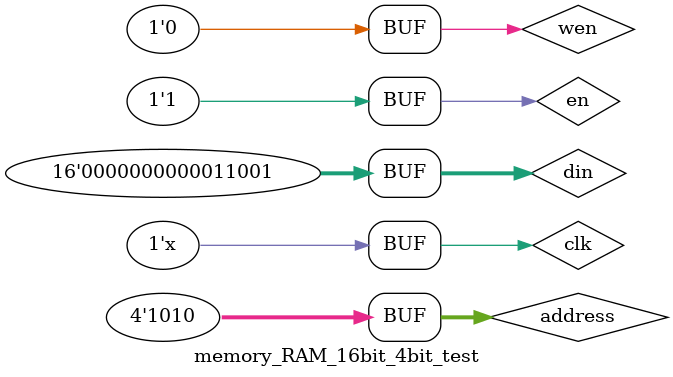
<source format=v>
`timescale 1ns / 1ps


module memory_RAM_16bit_4bit_test;

	// Inputs
	reg [15:0] din;
	reg en;
	reg wen;
	reg clk;
	reg [3:0] address;

	// Outputs
	wire [15:0] out;

	// Instantiate the Unit Under Test (UUT)
	memory_RAM_16bit_4bit uut (
		.din(din), 
		.en(en), 
		.wen(wen), 
		.clk(clk), 
		.address(address), 
		.out(out)
	);
	always #20 clk=~clk;
	initial begin
		// Initialize Inputs
		din = 0;
		en = 1;
		wen = 0;
		clk = 0;
		address = 0;
		#15;
		address=10;
		#40;
		wen=1;
		#40;
		din=25;
		#40;
		wen=0;
		#40;
		address=5;
		#40;
		address=10;
		#40;
	end
      
endmodule


</source>
